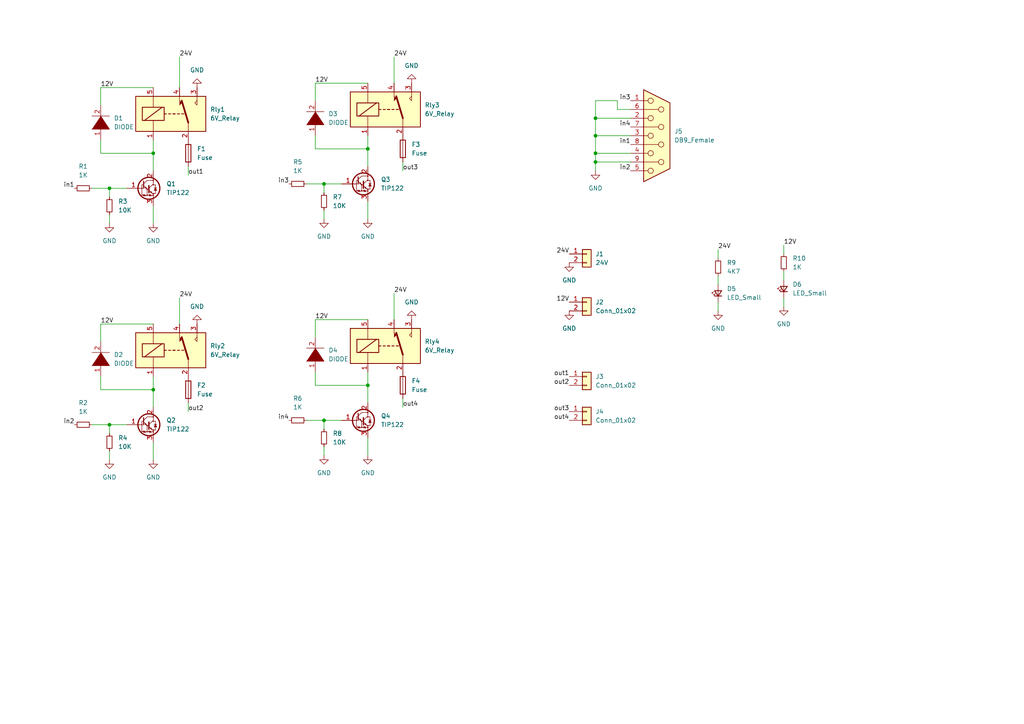
<source format=kicad_sch>
(kicad_sch (version 20211123) (generator eeschema)
  (paper "A4")
  (lib_symbols
    (symbol "Connector:DB9_Female" (pin_names (offset 1.016) hide)
      (property "Reference" "J" (at 0 13.97 0))
      (property "Value" "DB9_Female" (at 0 -14.605 0))
      (symbol "DB9_Female_0_1"
        (circle (center -1.778 -10.16) (radius 0.762))
        (circle (center -1.778 -5.08) (radius 0.762))
        (circle (center -1.778 0) (radius 0.762))
        (circle (center -1.778 5.08) (radius 0.762))
        (circle (center -1.778 10.16) (radius 0.762))
        (polyline (pts (xy -3.81 -10.16) (xy -2.54 -10.16)))
        (polyline (pts (xy -3.81 -7.62) (xy 0.508 -7.62)))
        (polyline (pts (xy -3.81 -5.08) (xy -2.54 -5.08)))
        (polyline (pts (xy -3.81 -2.54) (xy 0.508 -2.54)))
        (polyline (pts (xy -3.81 0) (xy -2.54 0)))
        (polyline (pts (xy -3.81 2.54) (xy 0.508 2.54)))
        (polyline (pts (xy -3.81 5.08) (xy -2.54 5.08)))
        (polyline (pts (xy -3.81 7.62) (xy 0.508 7.62)))
        (polyline (pts (xy -3.81 10.16) (xy -2.54 10.16)))
        (polyline (pts (xy -3.81 13.335) (xy -3.81 -13.335) (xy 3.81 -9.525) (xy 3.81 9.525) (xy -3.81 13.335)) (stroke (width 0.254)) (fill (type background)))
        (circle (center 1.27 -7.62) (radius 0.762))
        (circle (center 1.27 -2.54) (radius 0.762))
        (circle (center 1.27 2.54) (radius 0.762))
        (circle (center 1.27 7.62) (radius 0.762))
      )
      (symbol "DB9_Female_1_1"
        (pin passive line (at -7.62 10.16 0) (length 3.81) (name "1") (number "1"))
        (pin passive line (at -7.62 5.08 0) (length 3.81) (name "2") (number "2"))
        (pin passive line (at -7.62 0 0) (length 3.81) (name "3") (number "3"))
        (pin passive line (at -7.62 -5.08 0) (length 3.81) (name "4") (number "4"))
        (pin passive line (at -7.62 -10.16 0) (length 3.81) (name "5") (number "5"))
        (pin passive line (at -7.62 7.62 0) (length 3.81) (name "6") (number "6"))
        (pin passive line (at -7.62 2.54 0) (length 3.81) (name "7") (number "7"))
        (pin passive line (at -7.62 -2.54 0) (length 3.81) (name "8") (number "8"))
        (pin passive line (at -7.62 -7.62 0) (length 3.81) (name "9") (number "9"))
      )
    )
    (symbol "Connector_Generic:Conn_01x02" (pin_names (offset 1.016) hide)
      (property "Reference" "J" (at 0 2.54 0))
      (property "Value" "Conn_01x02" (at 0 -5.08 0))
      (symbol "Conn_01x02_1_1"
        (rectangle (start -1.27 -2.413) (end 0 -2.667) (stroke (width 0.1524)))
        (rectangle (start -1.27 0.127) (end 0 -0.127) (stroke (width 0.1524)))
        (rectangle (start -1.27 1.27) (end 1.27 -3.81) (stroke (width 0.254)) (fill (type background)))
        (pin passive line (at -5.08 0 0) (length 3.81) (name "Pin_1") (number "1"))
        (pin passive line (at -5.08 -2.54 0) (length 3.81) (name "Pin_2") (number "2"))
      )
    )
    (symbol "Device:Fuse" (pin_numbers hide) (pin_names (offset 0))
      (property "Reference" "F" (at 2.032 0 90))
      (property "Value" "Fuse" (at -1.905 0 90))
      (symbol "Fuse_0_1"
        (rectangle (start -0.762 -2.54) (end 0.762 2.54) (stroke (width 0.254)))
        (polyline (pts (xy 0 2.54) (xy 0 -2.54)))
      )
      (symbol "Fuse_1_1"
        (pin passive line (at 0 3.81 270) (length 1.27) (name "~") (number "1"))
        (pin passive line (at 0 -3.81 90) (length 1.27) (name "~") (number "2"))
      )
    )
    (symbol "Device:LED_Small" (pin_numbers hide) (pin_names (offset 0.254) hide)
      (property "Reference" "D" (at -1.27 3.175 0))
      (property "Value" "LED_Small" (at -4.445 -2.54 0))
      (symbol "LED_Small_0_1"
        (polyline (pts (xy -0.762 -1.016) (xy -0.762 1.016)) (stroke (width 0.254)))
        (polyline (pts (xy 1.016 0) (xy -0.762 0)))
        (polyline (pts (xy 0.762 -1.016) (xy -0.762 0) (xy 0.762 1.016) (xy 0.762 -1.016)) (stroke (width 0.254)))
        (polyline (pts (xy 0 0.762) (xy -0.508 1.27) (xy -0.254 1.27) (xy -0.508 1.27) (xy -0.508 1.016)))
        (polyline (pts (xy 0.508 1.27) (xy 0 1.778) (xy 0.254 1.778) (xy 0 1.778) (xy 0 1.524)))
      )
      (symbol "LED_Small_1_1"
        (pin passive line (at -2.54 0 0) (length 1.778) (name "K") (number "1"))
        (pin passive line (at 2.54 0 180) (length 1.778) (name "A") (number "2"))
      )
    )
    (symbol "Device:R_Small" (pin_numbers hide) (pin_names (offset 0.254) hide)
      (property "Reference" "R" (at 0.762 0.508 0))
      (property "Value" "R_Small" (at 0.762 -1.016 0))
      (symbol "R_Small_0_1"
        (rectangle (start -0.762 1.778) (end 0.762 -1.778) (stroke (width 0.2032)))
      )
      (symbol "R_Small_1_1"
        (pin passive line (at 0 2.54 270) (length 0.762) (name "~") (number "1"))
        (pin passive line (at 0 -2.54 90) (length 0.762) (name "~") (number "2"))
      )
    )
    (symbol "Prashant_library:6V_Relay" (pin_names (offset 1.016))
      (property "Reference" "Rly" (at 16.51 8.89 0))
      (property "Value" "6V_Relay" (at 16.51 6.35 0))
      (symbol "6V_Relay_0_0"
        (polyline (pts (xy 7.62 8.89) (xy 7.62 10.16)))
        (polyline (pts (xy 12.7 8.89) (xy 12.7 10.16)))
        (polyline (pts (xy 12.7 8.89) (xy 12.7 7.62) (xy 12.065 8.255) (xy 12.7 8.89)))
      )
      (symbol "6V_Relay_0_1"
        (rectangle (start -5.08 10.16) (end 15.24 0) (stroke (width 0.254)) (fill (type background)))
        (rectangle (start -3.175 6.985) (end 3.175 3.175) (stroke (width 0.254)))
        (polyline (pts (xy -2.54 3.175) (xy 2.54 6.985)) (stroke (width 0.254)))
        (polyline (pts (xy 0 0) (xy 0 3.175)))
        (polyline (pts (xy 0 10.16) (xy 0 6.985)))
        (polyline (pts (xy 3.175 5.08) (xy 3.81 5.08)) (stroke (width 0.254)))
        (polyline (pts (xy 4.445 5.08) (xy 5.08 5.08)) (stroke (width 0.254)))
        (polyline (pts (xy 5.715 5.08) (xy 6.35 5.08)) (stroke (width 0.254)))
        (polyline (pts (xy 5.715 5.08) (xy 6.35 5.08)) (stroke (width 0.254)))
        (polyline (pts (xy 6.985 5.08) (xy 7.62 5.08)) (stroke (width 0.254)))
        (polyline (pts (xy 8.255 5.08) (xy 8.89 5.08)) (stroke (width 0.254)))
        (polyline (pts (xy 10.16 2.54) (xy 8.255 8.89)) (stroke (width 0.508)))
        (polyline (pts (xy 10.16 2.54) (xy 10.16 0)))
        (polyline (pts (xy 7.62 7.62) (xy 8.255 8.255) (xy 7.62 8.89)) (fill (type outline)))
      )
      (symbol "6V_Relay_1_1"
        (pin passive line (at 0 -2.54 90) (length 2.54) (name "~") (number "1"))
        (pin passive line (at 10.16 -2.54 90) (length 2.54) (name "~") (number "2"))
        (pin passive line (at 12.7 12.7 270) (length 2.54) (name "~") (number "3"))
        (pin passive line (at 7.62 12.7 270) (length 2.54) (name "~") (number "4"))
        (pin passive line (at 0 12.7 270) (length 2.54) (name "~") (number "5"))
      )
    )
    (symbol "Transistor_BJT:TIP122" (pin_names (offset 0) hide)
      (property "Reference" "Q" (at 5.08 1.905 0))
      (property "Value" "TIP122" (at 5.08 0 0))
      (symbol "TIP122_0_1"
        (circle (center -0.762 0) (radius 0.127))
        (polyline (pts (xy -1.27 0) (xy -0.889 0)))
        (polyline (pts (xy 2.54 -2.032) (xy 2.54 -2.54)))
        (polyline (pts (xy 2.54 -1.524) (xy 3.175 -1.524)))
        (polyline (pts (xy 2.794 0.127) (xy 3.556 0.127)))
        (polyline (pts (xy 3.175 -0.635) (xy 3.175 -1.524)))
        (polyline (pts (xy 3.175 1.016) (xy 2.54 1.016)))
        (polyline (pts (xy 3.175 1.016) (xy 3.175 0.127)))
        (polyline (pts (xy -0.254 0.762) (xy 0.762 -0.254) (xy 1.27 -0.254)))
        (polyline (pts (xy -0.254 1.016) (xy -0.762 1.016) (xy -0.762 -2.032)))
        (polyline (pts (xy -0.254 1.27) (xy 0.762 2.286) (xy 2.54 2.286)))
        (polyline (pts (xy -0.254 2.032) (xy -0.254 0) (xy -0.254 0)) (stroke (width 0.3048)))
        (polyline (pts (xy 1.27 0.762) (xy 1.27 -1.27) (xy 1.27 -1.27)) (stroke (width 0.381)))
        (polyline (pts (xy 0.635 -0.127) (xy 0.381 0.381) (xy 0.127 0.127) (xy 0.635 -0.127)))
        (polyline (pts (xy 1.27 -0.508) (xy 2.286 -1.524) (xy 2.54 -1.524) (xy 2.54 -2.032)))
        (polyline (pts (xy 1.27 0) (xy 2.286 1.016) (xy 2.54 1.016) (xy 2.54 2.286)))
        (polyline (pts (xy 2.159 -1.397) (xy 1.905 -0.889) (xy 1.651 -1.143) (xy 2.159 -1.397)))
        (polyline (pts (xy 3.175 0.127) (xy 2.794 -0.635) (xy 3.556 -0.635) (xy 3.175 0.127)) (fill (type outline)))
        (polyline (pts (xy 0.762 -2.032) (xy 0.381 -2.032) (xy 0.254 -2.286) (xy 0.127 -1.778) (xy 0 -2.286) (xy -0.127 -1.778) (xy -0.254 -2.286) (xy -0.381 -1.778) (xy -0.508 -2.032) (xy -0.762 -2.032)))
        (polyline (pts (xy 0.762 -0.254) (xy 0.762 -2.032) (xy 1.143 -2.032) (xy 1.27 -1.778) (xy 1.397 -2.286) (xy 1.524 -1.778) (xy 1.651 -2.286) (xy 1.778 -1.778) (xy 1.905 -2.286) (xy 2.032 -2.032) (xy 2.54 -2.032)))
        (circle (center 0.762 -2.032) (radius 0.127))
        (circle (center 0.762 -0.254) (radius 0.127))
        (circle (center 1.27 0) (radius 3.175) (stroke (width 0.3556)))
        (circle (center 2.54 -2.032) (radius 0.127))
        (circle (center 2.54 -1.524) (radius 0.127))
        (circle (center 2.54 1.016) (radius 0.127))
        (circle (center 2.54 2.286) (radius 0.127))
      )
      (symbol "TIP122_1_1"
        (pin input line (at -5.08 0 0) (length 3.81) (name "B") (number "1"))
        (pin passive line (at 2.54 5.08 270) (length 2.667) (name "C") (number "2"))
        (pin passive line (at 2.54 -5.08 90) (length 2.54) (name "E") (number "3"))
      )
    )
    (symbol "power:GND" (power) (pin_names (offset 0))
      (property "Value" "GND" (at 0 -3.81 0))
      (symbol "GND_0_1"
        (polyline (pts (xy 0 0) (xy 0 -1.27) (xy 1.27 -1.27) (xy 0 -2.54) (xy -1.27 -1.27) (xy 0 -1.27)))
      )
      (symbol "GND_1_1"
        (pin power_in line (at 0 0 270) (length 0) hide (name "GND") (number "1"))
      )
    )
    (symbol "pspice:DIODE" (pin_names (offset 1.016) hide)
      (property "Reference" "D" (at 0 3.81 0))
      (property "Value" "DIODE" (at 0 -4.445 0))
      (symbol "DIODE_0_1"
        (polyline (pts (xy 1.905 2.54) (xy 1.905 -2.54)))
        (polyline (pts (xy -1.905 2.54) (xy -1.905 -2.54) (xy 1.905 0)) (fill (type outline)))
      )
      (symbol "DIODE_1_1"
        (pin input line (at -5.08 0 0) (length 3.81) (name "K") (number "1"))
        (pin input line (at 5.08 0 180) (length 3.81) (name "A") (number "2"))
      )
    )
  )
  (junction (at 106.68 43.18))
  (junction (at 44.45 44.45))
  (junction (at 106.68 111.76))
  (junction (at 172.72 46.99))
  (junction (at 93.98 53.34))
  (junction (at 93.98 121.92))
  (junction (at 172.72 44.45))
  (junction (at 31.75 123.19))
  (junction (at 172.72 34.29))
  (junction (at 31.75 54.61))
  (junction (at 44.45 113.03))
  (junction (at 172.72 39.37))
  (wire (pts (xy 88.9 53.34) (xy 93.98 53.34)))
  (wire (pts (xy 227.33 86.36) (xy 227.33 88.9)))
  (wire (pts (xy 26.67 123.19) (xy 31.75 123.19)))
  (wire (pts (xy 44.45 59.69) (xy 44.45 64.77)))
  (wire (pts (xy 29.21 25.4) (xy 29.21 30.48)))
  (wire (pts (xy 208.28 87.63) (xy 208.28 90.17)))
  (wire (pts (xy 91.44 92.71) (xy 91.44 97.79)))
  (wire (pts (xy 93.98 129.54) (xy 93.98 132.08)))
  (wire (pts (xy 44.45 128.27) (xy 44.45 133.35)))
  (wire (pts (xy 106.68 43.18) (xy 106.68 48.26)))
  (wire (pts (xy 172.72 44.45) (xy 172.72 46.99)))
  (wire (pts (xy 179.07 31.75) (xy 182.88 31.75)))
  (wire (pts (xy 31.75 62.23) (xy 31.75 64.77)))
  (wire (pts (xy 44.45 113.03) (xy 44.45 118.11)))
  (wire (pts (xy 106.68 127) (xy 106.68 132.08)))
  (wire (pts (xy 91.44 24.13) (xy 91.44 29.21)))
  (wire (pts (xy 93.98 121.92) (xy 99.06 121.92)))
  (wire (pts (xy 106.68 111.76) (xy 106.68 116.84)))
  (wire (pts (xy 93.98 53.34) (xy 93.98 55.88)))
  (wire (pts (xy 31.75 54.61) (xy 31.75 57.15)))
  (wire (pts (xy 172.72 34.29) (xy 172.72 39.37)))
  (wire (pts (xy 227.33 71.12) (xy 227.33 73.66)))
  (wire (pts (xy 106.68 107.95) (xy 106.68 111.76)))
  (wire (pts (xy 106.68 92.71) (xy 91.44 92.71)))
  (wire (pts (xy 91.44 43.18) (xy 106.68 43.18)))
  (wire (pts (xy 44.45 93.98) (xy 29.21 93.98)))
  (wire (pts (xy 44.45 40.64) (xy 44.45 44.45)))
  (wire (pts (xy 29.21 93.98) (xy 29.21 99.06)))
  (wire (pts (xy 172.72 39.37) (xy 172.72 44.45)))
  (wire (pts (xy 91.44 111.76) (xy 106.68 111.76)))
  (wire (pts (xy 179.07 29.21) (xy 179.07 31.75)))
  (wire (pts (xy 29.21 40.64) (xy 29.21 44.45)))
  (wire (pts (xy 29.21 113.03) (xy 44.45 113.03)))
  (wire (pts (xy 44.45 44.45) (xy 44.45 49.53)))
  (wire (pts (xy 208.28 72.39) (xy 208.28 74.93)))
  (wire (pts (xy 54.61 48.26) (xy 54.61 50.8)))
  (wire (pts (xy 31.75 123.19) (xy 36.83 123.19)))
  (wire (pts (xy 172.72 39.37) (xy 182.88 39.37)))
  (wire (pts (xy 52.07 16.51) (xy 52.07 25.4)))
  (wire (pts (xy 31.75 54.61) (xy 36.83 54.61)))
  (wire (pts (xy 26.67 54.61) (xy 31.75 54.61)))
  (wire (pts (xy 172.72 29.21) (xy 172.72 34.29)))
  (wire (pts (xy 172.72 44.45) (xy 182.88 44.45)))
  (wire (pts (xy 93.98 121.92) (xy 93.98 124.46)))
  (wire (pts (xy 172.72 29.21) (xy 179.07 29.21)))
  (wire (pts (xy 93.98 60.96) (xy 93.98 63.5)))
  (wire (pts (xy 114.3 85.09) (xy 114.3 92.71)))
  (wire (pts (xy 93.98 53.34) (xy 99.06 53.34)))
  (wire (pts (xy 91.44 39.37) (xy 91.44 43.18)))
  (wire (pts (xy 116.84 115.57) (xy 116.84 118.11)))
  (wire (pts (xy 116.84 46.99) (xy 116.84 49.53)))
  (wire (pts (xy 172.72 46.99) (xy 182.88 46.99)))
  (wire (pts (xy 44.45 109.22) (xy 44.45 113.03)))
  (wire (pts (xy 31.75 123.19) (xy 31.75 125.73)))
  (wire (pts (xy 172.72 46.99) (xy 172.72 49.53)))
  (wire (pts (xy 44.45 25.4) (xy 29.21 25.4)))
  (wire (pts (xy 106.68 39.37) (xy 106.68 43.18)))
  (wire (pts (xy 114.3 16.51) (xy 114.3 24.13)))
  (wire (pts (xy 52.07 86.36) (xy 52.07 93.98)))
  (wire (pts (xy 29.21 109.22) (xy 29.21 113.03)))
  (wire (pts (xy 54.61 116.84) (xy 54.61 119.38)))
  (wire (pts (xy 31.75 130.81) (xy 31.75 133.35)))
  (wire (pts (xy 88.9 121.92) (xy 93.98 121.92)))
  (wire (pts (xy 227.33 78.74) (xy 227.33 81.28)))
  (wire (pts (xy 106.68 24.13) (xy 91.44 24.13)))
  (wire (pts (xy 208.28 80.01) (xy 208.28 82.55)))
  (wire (pts (xy 29.21 44.45) (xy 44.45 44.45)))
  (wire (pts (xy 106.68 58.42) (xy 106.68 63.5)))
  (wire (pts (xy 91.44 107.95) (xy 91.44 111.76)))
  (wire (pts (xy 172.72 34.29) (xy 182.88 34.29)))
  (label "12V" (at 91.44 24.13 0))
  (label "24V" (at 52.07 16.51 0))
  (label "24V" (at 208.28 72.39 0))
  (label "in2" (at 21.59 123.19 180))
  (label "12V" (at 91.44 92.71 0))
  (label "out2" (at 54.61 119.38 0))
  (label "12V" (at 29.21 25.4 0))
  (label "out2" (at 165.1 111.76 180))
  (label "out3" (at 116.84 49.53 0))
  (label "24V" (at 114.3 16.51 0))
  (label "24V" (at 165.1 73.66 180))
  (label "in4" (at 83.82 121.92 180))
  (label "24V" (at 52.07 86.36 0))
  (label "12V" (at 165.1 87.63 180))
  (label "24V" (at 114.3 85.09 0))
  (label "in1" (at 21.59 54.61 180))
  (label "in3" (at 83.82 53.34 180))
  (label "out1" (at 165.1 109.22 180))
  (label "12V" (at 29.21 93.98 0))
  (label "in4" (at 182.88 36.83 180))
  (label "out4" (at 116.84 118.11 0))
  (label "out3" (at 165.1 119.38 180))
  (label "in3" (at 182.88 29.21 180))
  (label "out4" (at 165.1 121.92 180))
  (label "12V" (at 227.33 71.12 0))
  (label "in1" (at 182.88 41.91 180))
  (label "in2" (at 182.88 49.53 180))
  (label "out1" (at 54.61 50.8 0))
  (symbol (lib_id "power:GND") (at 165.1 90.17 0) (unit 1)
    (property "Reference" "#PWR0107" (effects hide))
    (property "Value" "GND" (at 165.1 95.25 0))
  )
  (symbol (lib_id "power:GND") (at 106.68 132.08 0) (unit 1)
    (property "Reference" "#PWR0113" (effects hide))
    (property "Value" "GND" (at 106.68 137.16 0))
  )
  (symbol (lib_id "Device:Fuse") (at 54.61 44.45 0) (unit 1)
    (property "Reference" "F1" (at 57.15 43.1799 0) (effects (justify left)))
    (property "Value" "Fuse" (at 57.15 45.7199 0) (effects (justify left)))
    (property "Footprint" "modFiles:Fuse_Holder" (effects hide))
  )
  (symbol (lib_id "Device:R_Small") (at 86.36 121.92 90) (unit 1)
    (property "Reference" "R6" (at 86.36 115.57 90))
    (property "Value" "1K" (at 86.36 118.11 90))
    (property "Footprint" "modFiles:Resistor_small" (effects hide))
  )
  (symbol (lib_id "power:GND") (at 31.75 133.35 0) (unit 1)
    (property "Reference" "#PWR0111" (effects hide))
    (property "Value" "GND" (at 31.75 138.43 0))
  )
  (symbol (lib_id "power:GND") (at 119.38 92.71 180) (unit 1)
    (property "Reference" "#PWR0110" (effects hide))
    (property "Value" "GND" (at 119.38 87.63 0))
  )
  (symbol (lib_id "power:GND") (at 57.15 93.98 180) (unit 1)
    (property "Reference" "#PWR0115" (effects hide))
    (property "Value" "GND" (at 57.15 88.9 0))
  )
  (symbol (lib_id "Device:Fuse") (at 116.84 43.18 0) (unit 1)
    (property "Reference" "F3" (at 119.38 41.9099 0) (effects (justify left)))
    (property "Value" "Fuse" (at 119.38 44.4499 0) (effects (justify left)))
    (property "Footprint" "modFiles:Fuse_Holder" (effects hide))
  )
  (symbol (lib_id "Connector:DB9_Female") (at 190.5 39.37 0) (unit 1)
    (property "Reference" "J5" (at 195.58 38.0999 0) (effects (justify left)))
    (property "Value" "DB9_Female" (at 195.58 40.6399 0) (effects (justify left)))
    (property "Footprint" "modFiles:Connector_DB_9" (effects hide))
    (property "Datasheet" " ~" (effects hide))
  )
  (symbol (lib_id "Device:R_Small") (at 86.36 53.34 90) (unit 1)
    (property "Reference" "R5" (at 86.36 46.99 90))
    (property "Value" "1K" (at 86.36 49.53 90))
    (property "Footprint" "modFiles:Resistor_small" (effects hide))
  )
  (symbol (lib_id "pspice:DIODE") (at 29.21 35.56 90) (unit 1)
    (property "Reference" "D1" (at 33.02 34.2899 90) (effects (justify right)))
    (property "Value" "DIODE" (at 33.02 36.8299 90) (effects (justify right)))
    (property "Footprint" "modFiles:Diode_Medium" (effects hide))
  )
  (symbol (lib_id "Device:LED_Small") (at 227.33 83.82 90) (unit 1)
    (property "Reference" "D6" (at 229.87 82.4864 90) (effects (justify right)))
    (property "Value" "LED_Small" (at 229.87 85.0264 90) (effects (justify right)))
    (property "Footprint" "modFiles:LED_D3.0mm" (effects hide))
  )
  (symbol (lib_id "Device:R_Small") (at 227.33 76.2 0) (unit 1)
    (property "Reference" "R10" (at 229.87 74.9299 0) (effects (justify left)))
    (property "Value" "1K" (at 229.87 77.4699 0) (effects (justify left)))
    (property "Footprint" "modFiles:Resistor_small" (effects hide))
  )
  (symbol (lib_id "Connector_Generic:Conn_01x02") (at 170.18 87.63 0) (unit 1)
    (property "Reference" "J2" (at 172.72 87.6299 0) (effects (justify left)))
    (property "Value" "Conn_01x02" (at 172.72 90.1699 0) (effects (justify left)))
    (property "Footprint" "modFiles:Solar_Connector" (effects hide))
  )
  (symbol (lib_id "Device:R_Small") (at 208.28 77.47 0) (unit 1)
    (property "Reference" "R9" (at 210.82 76.1999 0) (effects (justify left)))
    (property "Value" "4K7" (at 210.82 78.7399 0) (effects (justify left)))
    (property "Footprint" "modFiles:Resistor_small" (effects hide))
  )
  (symbol (lib_id "Device:Fuse") (at 116.84 111.76 0) (unit 1)
    (property "Reference" "F4" (at 119.38 110.4899 0) (effects (justify left)))
    (property "Value" "Fuse" (at 119.38 113.0299 0) (effects (justify left)))
    (property "Footprint" "modFiles:Fuse_Holder" (effects hide))
  )
  (symbol (lib_id "power:GND") (at 93.98 63.5 0) (unit 1)
    (property "Reference" "#PWR0116" (effects hide))
    (property "Value" "GND" (at 93.98 68.58 0))
  )
  (symbol (lib_id "Prashant_library:6V_Relay") (at 44.45 38.1 0) (unit 1)
    (property "Reference" "Rly1" (at 60.96 31.7499 0) (effects (justify left)))
    (property "Value" "6V_Relay" (at 60.96 34.2899 0) (effects (justify left)))
    (property "Footprint" "modFiles:Relay_HLS_MEDIUM" (effects hide))
  )
  (symbol (lib_id "power:GND") (at 208.28 90.17 0) (unit 1)
    (property "Reference" "#PWR0109" (effects hide))
    (property "Value" "GND" (at 208.28 95.25 0))
  )
  (symbol (lib_id "Device:LED_Small") (at 208.28 85.09 90) (unit 1)
    (property "Reference" "D5" (at 210.82 83.7564 90) (effects (justify right)))
    (property "Value" "LED_Small" (at 210.82 86.2964 90) (effects (justify right)))
    (property "Footprint" "modFiles:LED_D3.0mm" (effects hide))
  )
  (symbol (lib_id "power:GND") (at 106.68 63.5 0) (unit 1)
    (property "Reference" "#PWR0117" (effects hide))
    (property "Value" "GND" (at 106.68 68.58 0))
  )
  (symbol (lib_id "power:GND") (at 119.38 24.13 180) (unit 1)
    (property "Reference" "#PWR0118" (effects hide))
    (property "Value" "GND" (at 119.38 19.05 0))
  )
  (symbol (lib_id "pspice:DIODE") (at 91.44 102.87 90) (unit 1)
    (property "Reference" "D4" (at 95.25 101.5999 90) (effects (justify right)))
    (property "Value" "DIODE" (at 95.25 104.1399 90) (effects (justify right)))
    (property "Footprint" "modFiles:Diode_Medium" (effects hide))
  )
  (symbol (lib_id "power:GND") (at 57.15 25.4 180) (unit 1)
    (property "Reference" "#PWR0101" (effects hide))
    (property "Value" "GND" (at 57.15 20.32 0))
  )
  (symbol (lib_id "Transistor_BJT:TIP122") (at 41.91 54.61 0) (unit 1)
    (property "Reference" "Q1" (at 48.26 53.3399 0) (effects (justify left)))
    (property "Value" "TIP122" (at 48.26 55.8799 0) (effects (justify left)))
    (property "Footprint" "Package_TO_SOT_THT:TO-220-3_Vertical" (effects hide))
    (property "Datasheet" "https://www.onsemi.com/pub/Collateral/TIP120-D.PDF" (effects hide))
  )
  (symbol (lib_id "Device:R_Small") (at 24.13 123.19 90) (unit 1)
    (property "Reference" "R2" (at 24.13 116.84 90))
    (property "Value" "1K" (at 24.13 119.38 90))
    (property "Footprint" "modFiles:Resistor_small" (effects hide))
  )
  (symbol (lib_id "pspice:DIODE") (at 29.21 104.14 90) (unit 1)
    (property "Reference" "D2" (at 33.02 102.8699 90) (effects (justify right)))
    (property "Value" "DIODE" (at 33.02 105.4099 90) (effects (justify right)))
    (property "Footprint" "modFiles:Diode_Medium" (effects hide))
  )
  (symbol (lib_id "power:GND") (at 227.33 88.9 0) (unit 1)
    (property "Reference" "#PWR0105" (effects hide))
    (property "Value" "GND" (at 227.33 93.98 0))
  )
  (symbol (lib_id "Transistor_BJT:TIP122") (at 41.91 123.19 0) (unit 1)
    (property "Reference" "Q2" (at 48.26 121.9199 0) (effects (justify left)))
    (property "Value" "TIP122" (at 48.26 124.4599 0) (effects (justify left)))
    (property "Footprint" "Package_TO_SOT_THT:TO-220-3_Vertical" (effects hide))
    (property "Datasheet" "https://www.onsemi.com/pub/Collateral/TIP120-D.PDF" (effects hide))
  )
  (symbol (lib_id "Connector_Generic:Conn_01x02") (at 170.18 109.22 0) (unit 1)
    (property "Reference" "J3" (at 172.72 109.2199 0) (effects (justify left)))
    (property "Value" "Conn_01x02" (at 172.72 111.7599 0) (effects (justify left)))
    (property "Footprint" "modFiles:Solar_Connector" (effects hide))
  )
  (symbol (lib_id "Prashant_library:6V_Relay") (at 106.68 36.83 0) (unit 1)
    (property "Reference" "Rly3" (at 123.19 30.4799 0) (effects (justify left)))
    (property "Value" "6V_Relay" (at 123.19 33.0199 0) (effects (justify left)))
    (property "Footprint" "modFiles:Relay_HLS_MEDIUM" (effects hide))
  )
  (symbol (lib_id "power:GND") (at 93.98 132.08 0) (unit 1)
    (property "Reference" "#PWR0114" (effects hide))
    (property "Value" "GND" (at 93.98 137.16 0))
  )
  (symbol (lib_id "Connector_Generic:Conn_01x02") (at 170.18 119.38 0) (unit 1)
    (property "Reference" "J4" (at 172.72 119.3799 0) (effects (justify left)))
    (property "Value" "Conn_01x02" (at 172.72 121.9199 0) (effects (justify left)))
    (property "Footprint" "modFiles:Solar_Connector" (effects hide))
  )
  (symbol (lib_id "power:GND") (at 31.75 64.77 0) (unit 1)
    (property "Reference" "#PWR0103" (effects hide))
    (property "Value" "GND" (at 31.75 69.85 0))
  )
  (symbol (lib_id "Device:R_Small") (at 93.98 127 180) (unit 1)
    (property "Reference" "R8" (at 96.52 125.7299 0) (effects (justify right)))
    (property "Value" "10K" (at 96.52 128.2699 0) (effects (justify right)))
    (property "Footprint" "modFiles:Resistor_small" (effects hide))
  )
  (symbol (lib_id "Device:R_Small") (at 24.13 54.61 90) (unit 1)
    (property "Reference" "R1" (at 24.13 48.26 90))
    (property "Value" "1K" (at 24.13 50.8 90))
    (property "Footprint" "modFiles:Resistor_small" (effects hide))
  )
  (symbol (lib_id "power:GND") (at 44.45 133.35 0) (unit 1)
    (property "Reference" "#PWR0112" (effects hide))
    (property "Value" "GND" (at 44.45 138.43 0))
  )
  (symbol (lib_id "power:GND") (at 172.72 49.53 0) (unit 1)
    (property "Reference" "#PWR0104" (effects hide))
    (property "Value" "GND" (at 172.72 54.61 0))
  )
  (symbol (lib_id "Prashant_library:6V_Relay") (at 106.68 105.41 0) (unit 1)
    (property "Reference" "Rly4" (at 123.19 99.0599 0) (effects (justify left)))
    (property "Value" "6V_Relay" (at 123.19 101.5999 0) (effects (justify left)))
    (property "Footprint" "modFiles:Relay_HLS_MEDIUM" (effects hide))
  )
  (symbol (lib_id "Connector_Generic:Conn_01x02") (at 170.18 73.66 0) (unit 1)
    (property "Reference" "J1" (at 172.72 73.6599 0) (effects (justify left)))
    (property "Value" "24V" (at 172.72 76.1999 0) (effects (justify left)))
    (property "Footprint" "modFiles:Solar_Connector" (effects hide))
  )
  (symbol (lib_id "Prashant_library:6V_Relay") (at 44.45 106.68 0) (unit 1)
    (property "Reference" "Rly2" (at 60.96 100.3299 0) (effects (justify left)))
    (property "Value" "6V_Relay" (at 60.96 102.8699 0) (effects (justify left)))
    (property "Footprint" "modFiles:Relay_HLS_MEDIUM" (effects hide))
  )
  (symbol (lib_id "Transistor_BJT:TIP122") (at 104.14 121.92 0) (unit 1)
    (property "Reference" "Q4" (at 110.49 120.6499 0) (effects (justify left)))
    (property "Value" "TIP122" (at 110.49 123.1899 0) (effects (justify left)))
    (property "Footprint" "Package_TO_SOT_THT:TO-220-3_Vertical" (effects hide))
    (property "Datasheet" "https://www.onsemi.com/pub/Collateral/TIP120-D.PDF" (effects hide))
  )
  (symbol (lib_id "Device:R_Small") (at 31.75 128.27 180) (unit 1)
    (property "Reference" "R4" (at 34.29 126.9999 0) (effects (justify right)))
    (property "Value" "10K" (at 34.29 129.5399 0) (effects (justify right)))
    (property "Footprint" "modFiles:Resistor_small" (effects hide))
  )
  (symbol (lib_id "Transistor_BJT:TIP122") (at 104.14 53.34 0) (unit 1)
    (property "Reference" "Q3" (at 110.49 52.0699 0) (effects (justify left)))
    (property "Value" "TIP122" (at 110.49 54.6099 0) (effects (justify left)))
    (property "Footprint" "Package_TO_SOT_THT:TO-220-3_Vertical" (effects hide))
    (property "Datasheet" "https://www.onsemi.com/pub/Collateral/TIP120-D.PDF" (effects hide))
  )
  (symbol (lib_id "Device:Fuse") (at 54.61 113.03 0) (unit 1)
    (property "Reference" "F2" (at 57.15 111.7599 0) (effects (justify left)))
    (property "Value" "Fuse" (at 57.15 114.2999 0) (effects (justify left)))
    (property "Footprint" "modFiles:Fuse_Holder" (effects hide))
  )
  (symbol (lib_id "pspice:DIODE") (at 91.44 34.29 90) (unit 1)
    (property "Reference" "D3" (at 95.25 33.0199 90) (effects (justify right)))
    (property "Value" "DIODE" (at 95.25 35.5599 90) (effects (justify right)))
    (property "Footprint" "modFiles:Diode_Medium" (effects hide))
  )
  (symbol (lib_id "Device:R_Small") (at 93.98 58.42 180) (unit 1)
    (property "Reference" "R7" (at 96.52 57.1499 0) (effects (justify right)))
    (property "Value" "10K" (at 96.52 59.6899 0) (effects (justify right)))
    (property "Footprint" "modFiles:Resistor_small" (effects hide))
  )
  (symbol (lib_id "power:GND") (at 165.1 76.2 0) (unit 1)
    (property "Reference" "#PWR0119" (effects hide))
    (property "Value" "GND" (at 165.1 81.28 0))
  )
  (symbol (lib_id "Device:R_Small") (at 31.75 59.69 180) (unit 1)
    (property "Reference" "R3" (at 34.29 58.4199 0) (effects (justify right)))
    (property "Value" "10K" (at 34.29 60.9599 0) (effects (justify right)))
    (property "Footprint" "modFiles:Resistor_small" (effects hide))
  )
  (symbol (lib_id "power:GND") (at 44.45 64.77 0) (unit 1)
    (property "Reference" "#PWR0102" (effects hide))
    (property "Value" "GND" (at 44.45 69.85 0))
  )
)
</source>
